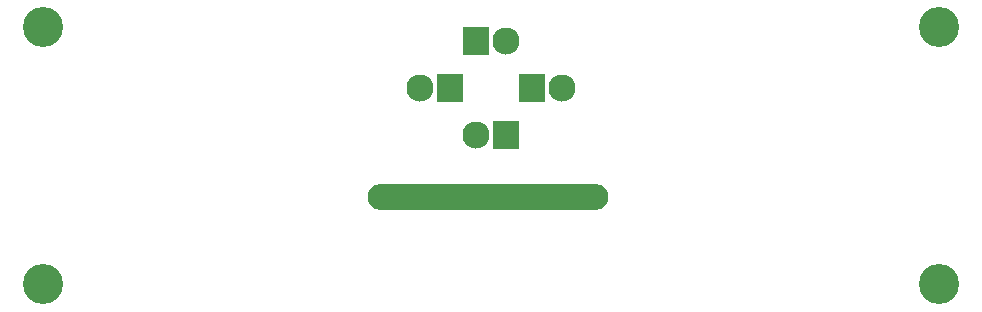
<source format=gbr>
G04 #@! TF.FileFunction,Soldermask,Top*
%FSLAX46Y46*%
G04 Gerber Fmt 4.6, Leading zero omitted, Abs format (unit mm)*
G04 Created by KiCad (PCBNEW 4.0.6) date Sunday, 17 September 2017 'PMt' 18:00:55*
%MOMM*%
%LPD*%
G01*
G04 APERTURE LIST*
%ADD10C,0.100000*%
%ADD11C,3.400000*%
%ADD12O,20.400000X2.200000*%
%ADD13R,2.300000X2.400000*%
%ADD14C,2.300000*%
G04 APERTURE END LIST*
D10*
D11*
X179400000Y-73600000D03*
X179400000Y-95400000D03*
X103600000Y-95400000D03*
X103600000Y-73600000D03*
D12*
X141250000Y-88000000D03*
D13*
X145000000Y-78750000D03*
D14*
X147540000Y-78750000D03*
D13*
X140250000Y-74750000D03*
D14*
X142790000Y-74750000D03*
D13*
X138000000Y-78750000D03*
D14*
X135460000Y-78750000D03*
D13*
X142750000Y-82750000D03*
D14*
X140210000Y-82750000D03*
M02*

</source>
